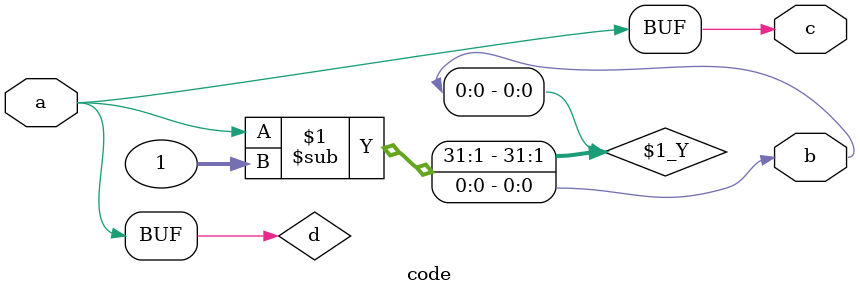
<source format=v>
`timescale 1ns / 1ps
module code(
	input a,
	output b,c
);

reg d;
initial begin
	d = a;
end

assign b = a - 1;
assign c = d;

endmodule

</source>
